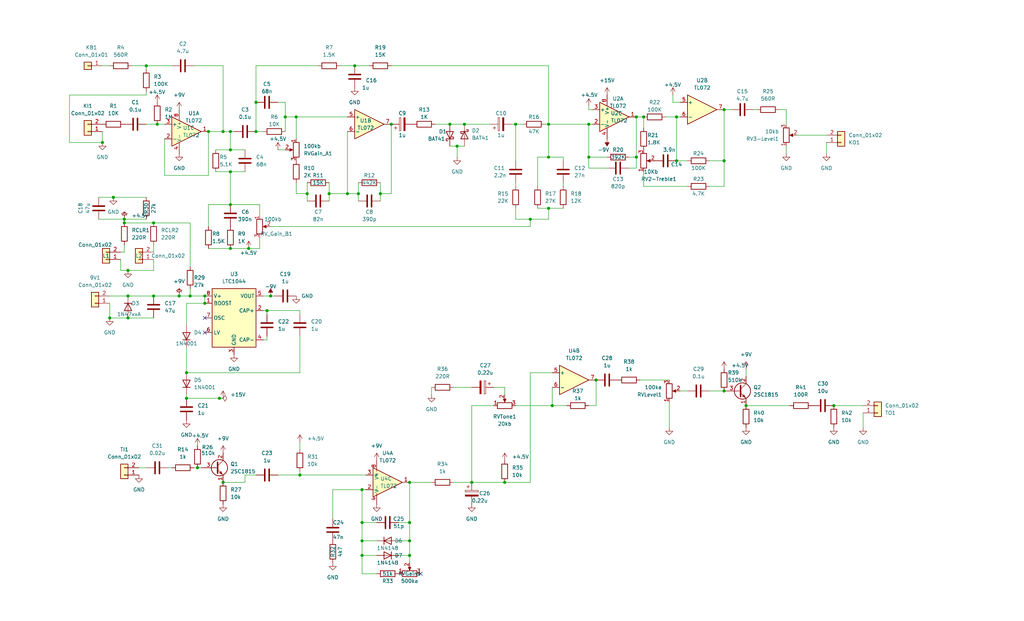
<source format=kicad_sch>
(kicad_sch (version 20231120) (generator "eeschema") (generator_version "8.0")
  (paper "USLegal")
  (junction (at 142.24 167.64))
  (junction (at 142.24 193.04))
  (junction (at 125.73 187.96))
  (junction (at 92.71 107.95))
  (junction (at 86.36 86.36))
  (junction (at 71.12 102.87))
  (junction (at 71.12 105.41))
  (junction (at 80.01 71.12))
  (junction (at 132.08 67.31))
  (junction (at 88.9 35.56))
  (junction (at 156.21 43.18))
  (junction (at 93.98 102.87))
  (junction (at 77.47 167.64))
  (junction (at 38.1 110.49))
  (junction (at 184.15 76.2))
  (junction (at 204.47 43.18))
  (junction (at 190.5 43.18))
  (junction (at 35.56 49.53))
  (junction (at 80.01 45.72))
  (junction (at 114.3 67.31))
  (junction (at 50.8 22.86))
  (junction (at 125.73 181.61))
  (junction (at 161.29 43.18))
  (junction (at 175.26 167.64))
  (junction (at 179.07 43.18))
  (junction (at 120.65 67.31))
  (junction (at 64.77 129.54))
  (junction (at 43.18 76.2))
  (junction (at 43.18 77.47))
  (junction (at 64.77 138.43))
  (junction (at 106.68 67.31))
  (junction (at 53.34 102.87))
  (junction (at 80.01 59.69))
  (junction (at 68.58 162.56))
  (junction (at 158.75 50.8))
  (junction (at 163.83 167.64))
  (junction (at 223.52 40.64))
  (junction (at 207.01 132.08))
  (junction (at 53.34 77.47))
  (junction (at 44.45 93.98))
  (junction (at 99.06 40.64))
  (junction (at 190.5 54.61))
  (junction (at 54.61 43.18))
  (junction (at 220.98 40.64))
  (junction (at 125.73 170.18))
  (junction (at 66.04 102.87))
  (junction (at 220.98 54.61))
  (junction (at 44.45 110.49))
  (junction (at 102.87 40.64))
  (junction (at 251.46 55.88))
  (junction (at 77.47 45.72))
  (junction (at 234.95 40.64))
  (junction (at 142.24 187.96))
  (junction (at 289.56 140.97))
  (junction (at 251.46 38.1))
  (junction (at 190.5 72.39))
  (junction (at 62.23 102.87))
  (junction (at 259.08 140.97))
  (junction (at 44.45 102.87))
  (junction (at 251.46 135.89))
  (junction (at 80.01 52.07))
  (junction (at 72.39 45.72))
  (junction (at 142.24 181.61))
  (junction (at 124.46 67.31))
  (junction (at 76.2 138.43))
  (junction (at 191.77 140.97))
  (junction (at 204.47 54.61))
  (junction (at 88.9 45.72))
  (junction (at 135.89 43.18))
  (junction (at 80.01 86.36))
  (junction (at 234.95 55.88))
  (junction (at 123.19 22.86))
  (junction (at 125.73 193.04))
  (junction (at 39.37 68.58))
  (junction (at 104.14 165.1))
  (no_connect (at 71.12 110.49))
  (no_connect (at 71.12 115.57))
  (no_connect (at 146.05 199.39))
  (wire (pts (xy 102.87 67.31) (xy 106.68 67.31)))
  (wire (pts (xy 184.15 167.64) (xy 184.15 129.54)))
  (wire (pts (xy 92.71 118.11) (xy 91.44 118.11)))
  (wire (pts (xy 35.56 45.72) (xy 35.56 49.53)))
  (wire (pts (xy 190.5 72.39) (xy 195.58 72.39)))
  (wire (pts (xy 195.58 63.5) (xy 195.58 64.77)))
  (wire (pts (xy 177.8 43.18) (xy 179.07 43.18)))
  (wire (pts (xy 232.41 148.59) (xy 232.41 139.7)))
  (wire (pts (xy 204.47 43.18) (xy 204.47 54.61)))
  (wire (pts (xy 156.21 43.18) (xy 161.29 43.18)))
  (wire (pts (xy 220.98 58.42) (xy 220.98 54.61)))
  (wire (pts (xy 142.24 167.64) (xy 142.24 181.61)))
  (wire (pts (xy 99.06 45.72) (xy 99.06 40.64)))
  (wire (pts (xy 72.39 60.96) (xy 72.39 45.72)))
  (wire (pts (xy 204.47 38.1) (xy 204.47 36.83)))
  (wire (pts (xy 38.1 110.49) (xy 38.1 105.41)))
  (wire (pts (xy 90.17 82.55) (xy 90.17 86.36)))
  (wire (pts (xy 195.58 54.61) (xy 195.58 55.88)))
  (wire (pts (xy 190.5 54.61) (xy 190.5 43.18)))
  (wire (pts (xy 104.14 165.1) (xy 127 165.1)))
  (wire (pts (xy 142.24 187.96) (xy 142.24 181.61)))
  (wire (pts (xy 45.72 22.86) (xy 50.8 22.86)))
  (wire (pts (xy 64.77 120.65) (xy 64.77 129.54)))
  (wire (pts (xy 142.24 193.04) (xy 142.24 187.96)))
  (wire (pts (xy 204.47 54.61) (xy 204.47 58.42)))
  (wire (pts (xy 184.15 76.2) (xy 179.07 76.2)))
  (wire (pts (xy 99.06 40.64) (xy 102.87 40.64)))
  (wire (pts (xy 80.01 52.07) (xy 85.09 52.07)))
  (wire (pts (xy 43.18 85.09) (xy 43.18 87.63)))
  (wire (pts (xy 24.13 49.53) (xy 35.56 49.53)))
  (wire (pts (xy 171.45 134.62) (xy 175.26 134.62)))
  (wire (pts (xy 118.11 22.86) (xy 123.19 22.86)))
  (wire (pts (xy 179.07 55.88) (xy 179.07 43.18)))
  (wire (pts (xy 64.77 105.41) (xy 71.12 105.41)))
  (wire (pts (xy 72.39 71.12) (xy 72.39 78.74)))
  (wire (pts (xy 120.65 67.31) (xy 120.65 45.72)))
  (wire (pts (xy 77.47 45.72) (xy 80.01 45.72)))
  (wire (pts (xy 234.95 40.64) (xy 236.22 40.64)))
  (wire (pts (xy 125.73 187.96) (xy 130.81 187.96)))
  (wire (pts (xy 92.71 118.11) (xy 92.71 116.84)))
  (wire (pts (xy 66.04 77.47) (xy 66.04 92.71)))
  (wire (pts (xy 251.46 64.77) (xy 251.46 55.88)))
  (wire (pts (xy 261.62 38.1) (xy 262.89 38.1)))
  (wire (pts (xy 72.39 71.12) (xy 80.01 71.12)))
  (wire (pts (xy 114.3 63.5) (xy 114.3 67.31)))
  (wire (pts (xy 179.07 43.18) (xy 181.61 43.18)))
  (wire (pts (xy 142.24 167.64) (xy 149.86 167.64)))
  (wire (pts (xy 190.5 22.86) (xy 190.5 43.18)))
  (wire (pts (xy 80.01 45.72) (xy 81.28 45.72)))
  (wire (pts (xy 41.91 93.98) (xy 41.91 90.17)))
  (wire (pts (xy 114.3 67.31) (xy 114.3 69.85)))
  (wire (pts (xy 44.45 93.98) (xy 53.34 93.98)))
  (wire (pts (xy 50.8 22.86) (xy 59.69 22.86)))
  (wire (pts (xy 246.38 64.77) (xy 251.46 64.77)))
  (wire (pts (xy 80.01 59.69) (xy 85.09 59.69)))
  (wire (pts (xy 125.73 181.61) (xy 130.81 181.61)))
  (wire (pts (xy 53.34 85.09) (xy 53.34 87.63)))
  (wire (pts (xy 86.36 86.36) (xy 80.01 86.36)))
  (wire (pts (xy 142.24 193.04) (xy 138.43 193.04)))
  (wire (pts (xy 190.5 43.18) (xy 189.23 43.18)))
  (wire (pts (xy 50.8 22.86) (xy 50.8 24.13)))
  (wire (pts (xy 102.87 40.64) (xy 102.87 48.26)))
  (wire (pts (xy 88.9 45.72) (xy 88.9 35.56)))
  (wire (pts (xy 259.08 128.27) (xy 259.08 130.81)))
  (wire (pts (xy 246.38 135.89) (xy 251.46 135.89)))
  (wire (pts (xy 191.77 134.62) (xy 191.77 140.97)))
  (wire (pts (xy 156.21 50.8) (xy 158.75 50.8)))
  (wire (pts (xy 123.19 22.86) (xy 128.27 22.86)))
  (wire (pts (xy 231.14 40.64) (xy 234.95 40.64)))
  (wire (pts (xy 104.14 163.83) (xy 104.14 165.1)))
  (wire (pts (xy 44.45 102.87) (xy 53.34 102.87)))
  (wire (pts (xy 220.98 54.61) (xy 220.98 40.64)))
  (wire (pts (xy 190.5 72.39) (xy 190.5 76.2)))
  (wire (pts (xy 163.83 167.64) (xy 163.83 140.97)))
  (wire (pts (xy 88.9 22.86) (xy 110.49 22.86)))
  (wire (pts (xy 191.77 140.97) (xy 196.85 140.97)))
  (wire (pts (xy 102.87 40.64) (xy 120.65 40.64)))
  (wire (pts (xy 90.17 86.36) (xy 86.36 86.36)))
  (wire (pts (xy 184.15 129.54) (xy 191.77 129.54)))
  (wire (pts (xy 186.69 64.77) (xy 186.69 54.61)))
  (wire (pts (xy 125.73 187.96) (xy 125.73 193.04)))
  (wire (pts (xy 223.52 59.69) (xy 223.52 64.77)))
  (wire (pts (xy 92.71 107.95) (xy 104.14 107.95)))
  (wire (pts (xy 24.13 33.02) (xy 24.13 49.53)))
  (wire (pts (xy 124.46 67.31) (xy 124.46 69.85)))
  (wire (pts (xy 54.61 43.18) (xy 57.15 43.18)))
  (wire (pts (xy 132.08 67.31) (xy 132.08 69.85)))
  (wire (pts (xy 77.47 138.43) (xy 76.2 138.43)))
  (wire (pts (xy 276.86 46.99) (xy 287.02 46.99)))
  (wire (pts (xy 88.9 35.56) (xy 88.9 22.86)))
  (wire (pts (xy 39.37 68.58) (xy 50.8 68.58)))
  (wire (pts (xy 157.48 167.64) (xy 163.83 167.64)))
  (wire (pts (xy 64.77 113.03) (xy 64.77 105.41)))
  (wire (pts (xy 43.18 76.2) (xy 50.8 76.2)))
  (wire (pts (xy 175.26 134.62) (xy 175.26 137.16)))
  (wire (pts (xy 77.47 45.72) (xy 77.47 22.86)))
  (wire (pts (xy 204.47 54.61) (xy 210.82 54.61)))
  (wire (pts (xy 127 170.18) (xy 125.73 170.18)))
  (wire (pts (xy 190.5 43.18) (xy 204.47 43.18)))
  (wire (pts (xy 125.73 199.39) (xy 130.81 199.39)))
  (wire (pts (xy 259.08 140.97) (xy 274.32 140.97)))
  (wire (pts (xy 236.22 135.89) (xy 238.76 135.89)))
  (wire (pts (xy 124.46 63.5) (xy 124.46 67.31)))
  (wire (pts (xy 43.18 77.47) (xy 53.34 77.47)))
  (wire (pts (xy 66.04 100.33) (xy 66.04 102.87)))
  (wire (pts (xy 223.52 64.77) (xy 238.76 64.77)))
  (wire (pts (xy 115.57 170.18) (xy 115.57 180.34)))
  (wire (pts (xy 218.44 58.42) (xy 220.98 58.42)))
  (wire (pts (xy 186.69 72.39) (xy 190.5 72.39)))
  (wire (pts (xy 91.44 102.87) (xy 93.98 102.87)))
  (wire (pts (xy 57.15 48.26) (xy 57.15 60.96)))
  (wire (pts (xy 66.04 102.87) (xy 71.12 102.87)))
  (wire (pts (xy 77.47 167.64) (xy 85.09 167.64)))
  (wire (pts (xy 34.29 68.58) (xy 39.37 68.58)))
  (wire (pts (xy 220.98 40.64) (xy 223.52 40.64)))
  (wire (pts (xy 186.69 54.61) (xy 190.5 54.61)))
  (wire (pts (xy 149.86 137.16) (xy 149.86 134.62)))
  (wire (pts (xy 96.52 165.1) (xy 104.14 165.1)))
  (wire (pts (xy 204.47 43.18) (xy 205.74 43.18)))
  (wire (pts (xy 85.09 165.1) (xy 85.09 167.64)))
  (wire (pts (xy 57.15 60.96) (xy 72.39 60.96)))
  (wire (pts (xy 204.47 58.42) (xy 210.82 58.42)))
  (wire (pts (xy 53.34 90.17) (xy 53.34 93.98)))
  (wire (pts (xy 62.23 102.87) (xy 66.04 102.87)))
  (wire (pts (xy 125.73 170.18) (xy 125.73 181.61)))
  (wire (pts (xy 205.74 38.1) (xy 204.47 38.1)))
  (wire (pts (xy 125.73 181.61) (xy 125.73 187.96)))
  (wire (pts (xy 91.44 45.72) (xy 88.9 45.72)))
  (wire (pts (xy 106.68 63.5) (xy 106.68 67.31)))
  (wire (pts (xy 67.31 162.56) (xy 68.58 162.56)))
  (wire (pts (xy 135.89 67.31) (xy 135.89 43.18)))
  (wire (pts (xy 43.18 77.47) (xy 43.18 76.2)))
  (wire (pts (xy 273.05 50.8) (xy 273.05 53.34)))
  (wire (pts (xy 114.3 67.31) (xy 120.65 67.31)))
  (wire (pts (xy 246.38 55.88) (xy 251.46 55.88)))
  (wire (pts (xy 64.77 137.16) (xy 64.77 138.43)))
  (wire (pts (xy 289.56 140.97) (xy 299.72 140.97)))
  (wire (pts (xy 234.95 55.88) (xy 238.76 55.88)))
  (wire (pts (xy 204.47 140.97) (xy 207.01 140.97)))
  (wire (pts (xy 163.83 167.64) (xy 175.26 167.64)))
  (wire (pts (xy 93.98 102.87) (xy 95.25 102.87)))
  (wire (pts (xy 90.17 71.12) (xy 90.17 74.93)))
  (wire (pts (xy 120.65 67.31) (xy 124.46 67.31)))
  (wire (pts (xy 99.06 35.56) (xy 96.52 35.56)))
  (wire (pts (xy 233.68 33.02) (xy 233.68 35.56)))
  (wire (pts (xy 72.39 86.36) (xy 80.01 86.36)))
  (wire (pts (xy 158.75 54.61) (xy 158.75 50.8)))
  (wire (pts (xy 92.71 107.95) (xy 91.44 107.95)))
  (wire (pts (xy 125.73 170.18) (xy 115.57 170.18)))
  (wire (pts (xy 93.98 78.74) (xy 184.15 78.74)))
  (wire (pts (xy 125.73 193.04) (xy 130.81 193.04)))
  (wire (pts (xy 104.14 153.67) (xy 104.14 156.21)))
  (wire (pts (xy 138.43 181.61) (xy 142.24 181.61)))
  (wire (pts (xy 76.2 138.43) (xy 64.77 138.43)))
  (wire (pts (xy 48.26 162.56) (xy 50.8 162.56)))
  (wire (pts (xy 99.06 35.56) (xy 99.06 40.64)))
  (wire (pts (xy 80.01 45.72) (xy 80.01 52.07)))
  (wire (pts (xy 106.68 67.31) (xy 106.68 69.85)))
  (wire (pts (xy 207.01 140.97) (xy 207.01 132.08)))
  (wire (pts (xy 218.44 54.61) (xy 220.98 54.61)))
  (wire (pts (xy 233.68 35.56) (xy 236.22 35.56)))
  (wire (pts (xy 184.15 76.2) (xy 190.5 76.2)))
  (wire (pts (xy 53.34 77.47) (xy 66.04 77.47)))
  (wire (pts (xy 251.46 38.1) (xy 254 38.1)))
  (wire (pts (xy 179.07 140.97) (xy 191.77 140.97)))
  (wire (pts (xy 71.12 102.87) (xy 71.12 105.41)))
  (wire (pts (xy 50.8 31.75) (xy 50.8 33.02)))
  (wire (pts (xy 142.24 187.96) (xy 138.43 187.96)))
  (wire (pts (xy 179.07 72.39) (xy 179.07 76.2)))
  (wire (pts (xy 80.01 59.69) (xy 80.01 71.12)))
  (wire (pts (xy 175.26 167.64) (xy 184.15 167.64)))
  (wire (pts (xy 53.34 102.87) (xy 62.23 102.87)))
  (wire (pts (xy 58.42 162.56) (xy 59.69 162.56)))
  (wire (pts (xy 273.05 38.1) (xy 273.05 43.18)))
  (wire (pts (xy 96.52 52.07) (xy 99.06 52.07)))
  (wire (pts (xy 35.56 22.86) (xy 38.1 22.86)))
  (wire (pts (xy 158.75 50.8) (xy 161.29 50.8)))
  (wire (pts (xy 74.93 52.07) (xy 80.01 52.07)))
  (wire (pts (xy 132.08 63.5) (xy 132.08 67.31)))
  (wire (pts (xy 142.24 195.58) (xy 142.24 193.04)))
  (wire (pts (xy 34.29 76.2) (xy 43.18 76.2)))
  (wire (pts (xy 161.29 43.18) (xy 170.18 43.18)))
  (wire (pts (xy 234.95 40.64) (xy 234.95 55.88)))
  (wire (pts (xy 299.72 148.59) (xy 299.72 143.51)))
  (wire (pts (xy 287.02 53.34) (xy 287.02 49.53)))
  (wire (pts (xy 90.17 71.12) (xy 80.01 71.12)))
  (wire (pts (xy 64.77 129.54) (xy 104.14 129.54)))
  (wire (pts (xy 179.07 63.5) (xy 179.07 64.77)))
  (wire (pts (xy 104.14 107.95) (xy 104.14 109.22)))
  (wire (pts (xy 125.73 193.04) (xy 125.73 199.39)))
  (wire (pts (xy 38.1 102.87) (xy 44.45 102.87)))
  (wire (pts (xy 44.45 110.49) (xy 53.34 110.49)))
  (wire (pts (xy 104.14 129.54) (xy 104.14 116.84)))
  (wire (pts (xy 132.08 67.31) (xy 135.89 67.31)))
  (wire (pts (xy 68.58 162.56) (xy 69.85 162.56)))
  (wire (pts (xy 163.83 140.97) (xy 171.45 140.97)))
  (wire (pts (xy 50.8 33.02) (xy 24.13 33.02)))
  (wire (pts (xy 88.9 165.1) (xy 85.09 165.1)))
  (wire (pts (xy 44.45 93.98) (xy 41.91 93.98)))
  (wire (pts (xy 190.5 54.61) (xy 195.58 54.61)))
  (wire (pts (xy 38.1 110.49) (xy 44.45 110.49)))
  (wire (pts (xy 41.91 87.63) (xy 43.18 87.63)))
  (wire (pts (xy 222.25 132.08) (xy 232.41 132.08)))
  (wire (pts (xy 270.51 38.1) (xy 273.05 38.1)))
  (wire (pts (xy 74.93 59.69) (xy 80.01 59.69)))
  (wire (pts (xy 72.39 45.72) (xy 77.47 45.72)))
  (wire (pts (xy 135.89 22.86) (xy 190.5 22.86)))
  (wire (pts (xy 50.8 43.18) (xy 54.61 43.18)))
  (wire (pts (xy 251.46 55.88) (xy 251.46 38.1)))
  (wire (pts (xy 223.52 40.64) (xy 223.52 44.45)))
  (wire (pts (xy 151.13 43.18) (xy 156.21 43.18)))
  (wire (pts (xy 157.48 134.62) (xy 163.83 134.62)))
  (wire (pts (xy 184.15 76.2) (xy 184.15 78.74)))
  (wire (pts (xy 77.47 22.86) (xy 67.31 22.86)))
  (wire (pts (xy 92.71 107.95) (xy 92.71 109.22)))
  (wire (pts (xy 102.87 63.5) (xy 102.87 67.31)))
  (symbol (lib_id "Device:C") (at 34.29 72.39 180) (unit 1)
    (property "Reference" "C18" (at 27.94 72.39 90))
    (property "Value" "47u" (at 30.48 72.39 90))
    (property "Footprint" "Capacitor_THT:CP_Radial_D5.0mm_P2.50mm" (effects (hide yes)))
  )
  (symbol (lib_id "Amplifier_Operational:TL072") (at 128.27 43.18 0) (unit 2)
    (property "Reference" "U1" (at 127 41.91 0))
    (property "Value" "TL072" (at 127 44.45 0))
    (property "Footprint" "Package_DIP:DIP-8_W7.62mm" (effects (hide yes)))
    (property "Datasheet" "http://www.ti.com/lit/ds/symlink/tl071.pdf" (effects (hide yes)))
  )
  (symbol (lib_id "Connector_Generic:Conn_01x02") (at 48.26 90.17 180) (unit 1)
    (property "Reference" "L2" (at 48.26 88.9 0))
    (property "Value" "Conn_01x02" (at 58.42 88.9 0))
    (property "Footprint" "Connector_PinHeader_2.00mm:PinHeader_1x02_P2.00mm_Vertical" (effects (hide yes)))
  )
  (symbol (lib_id "Device:C") (at 242.57 135.89 90) (unit 1)
    (property "Reference" "C29" (at 242.57 128.27 90))
    (property "Value" "0.1u" (at 242.57 130.81 90))
    (property "Footprint" "Capacitor_SMD:C_0603_1608Metric" (effects (hide yes)))
  )
  (symbol (lib_id "Device:R") (at 153.67 167.64 90) (unit 1)
    (property "Reference" "R34" (at 153.67 161.29 90))
    (property "Value" "1k" (at 153.67 163.83 90))
    (property "Footprint" "Resistor_SMD:R_0603_1608Metric" (effects (hide yes)))
  )
  (symbol (lib_id "Device:C_Polarized") (at 167.64 134.62 270) (unit 1)
    (property "Reference" "C27" (at 168.529 127 90))
    (property "Value" "0.22u" (at 168.529 129.54 90))
    (property "Footprint" "Capacitor_SMD:C_0603_1608Metric" (effects (hide yes)))
  )
  (symbol (lib_id "Connector_Generic:Conn_01x02") (at 30.48 45.72 180) (unit 1)
    (property "Reference" "KI1" (at 30.48 36.83 0))
    (property "Value" "Conn_01x02" (at 30.48 39.37 0))
    (property "Footprint" "Connector_PinHeader_2.00mm:PinHeader_1x02_P2.00mm_Vertical" (effects (hide yes)))
  )
  (symbol (lib_id "Device:R") (at 185.42 43.18 90) (unit 1)
    (property "Reference" "R16" (at 185.42 40.64 90))
    (property "Value" "47K" (at 185.42 45.72 90))
    (property "Footprint" "Resistor_SMD:R_0603_1608Metric" (effects (hide yes)))
  )
  (symbol (lib_id "Device:R_Potentiometer") (at 90.17 78.74 0) (unit 1)
    (property "Reference" "RV_Gain_B1" (at 101.6 81.28 0) (effects (justify right)))
    (property "Value" "100kb" (at 97.79 76.2 0) (effects (justify right)))
    (property "Footprint" "Potentiometer_THT:Potentiometer_Piher_PC-16_Single_Vertical" (effects (hide yes)))
  )
  (symbol (lib_id "Device:R") (at 114.3 22.86 90) (unit 1)
    (property "Reference" "R7" (at 114.3 16.51 90))
    (property "Value" "1.5K" (at 114.3 19.05 90))
    (property "Footprint" "Resistor_SMD:R_0603_1608Metric" (effects (hide yes)))
  )
  (symbol (lib_id "power:GND") (at 35.56 49.53 0) (unit 1)
    (property "Reference" "#PWR01" (effects (hide yes)))
    (property "Value" "GND" (at 35.56 54.61 0))
  )
  (symbol (lib_id "Device:C") (at 257.81 38.1 90) (unit 1)
    (property "Reference" "C15" (at 257.81 31.75 90))
    (property "Value" "4.7u" (at 257.81 34.29 90))
    (property "Footprint" "Capacitor_THT:C_Rect_L7.2mm_W7.2mm_P5.00mm_FKS2_FKP2_MKS2_MKP2" (effects (hide yes)))
  )
  (symbol (lib_id "Device:R") (at 104.14 160.02 0) (unit 1)
    (property "Reference" "R31" (at 106.68 158.75 0) (effects (justify left)))
    (property "Value" "10k" (at 106.68 161.29 0) (effects (justify left)))
    (property "Footprint" "Resistor_SMD:R_0603_1608Metric" (effects (hide yes)))
  )
  (symbol (lib_id "power:GND") (at 163.83 175.26 0) (unit 1)
    (property "Reference" "#PWR032" (effects (hide yes)))
    (property "Value" "GND" (at 163.83 180.34 0))
  )
  (symbol (lib_id "Device:R") (at 74.93 55.88 0) (unit 1)
    (property "Reference" "R5" (at 76.2 54.61 0) (effects (justify left)))
    (property "Value" "5.1K" (at 76.2 57.15 0) (effects (justify left)))
    (property "Footprint" "Resistor_SMD:R_0603_1608Metric" (effects (hide yes)))
  )
  (symbol (lib_id "Device:C") (at 210.82 132.08 90) (unit 1)
    (property "Reference" "C28" (at 210.82 124.46 90))
    (property "Value" "1u" (at 210.82 127 90))
    (property "Footprint" "Capacitor_SMD:C_0603_1608Metric" (effects (hide yes)))
  )
  (symbol (lib_id "Device:R") (at 266.7 38.1 90) (unit 1)
    (property "Reference" "R25" (at 266.7 31.75 90))
    (property "Value" "560R" (at 266.7 34.29 90))
    (property "Footprint" "Resistor_SMD:R_0603_1608Metric" (effects (hide yes)))
  )
  (symbol (lib_id "Device:R") (at 278.13 140.97 90) (unit 1)
    (property "Reference" "R41" (at 278.13 134.62 90))
    (property "Value" "100R" (at 278.13 137.16 90))
    (property "Footprint" "Resistor_SMD:R_0603_1608Metric" (effects (hide yes)))
  )
  (symbol (lib_id "Device:C") (at 64.77 142.24 0) (unit 1)
    (property "Reference" "C21" (at 68.58 140.97 0) (effects (justify left)))
    (property "Value" "1u" (at 68.58 143.51 0) (effects (justify left)))
    (property "Footprint" "Capacitor_SMD:C_0603_1608Metric" (effects (hide yes)))
  )
  (symbol (lib_id "Device:R") (at 115.57 191.77 0) (unit 1)
    (property "Reference" "R32" (at 115.57 191.77 90))
    (property "Value" "4k7" (at 118.11 191.77 90))
    (property "Footprint" "Resistor_SMD:R_0603_1608Metric" (effects (hide yes)))
  )
  (symbol (lib_id "power:+4V") (at 86.36 86.36 0) (unit 1)
    (property "Reference" "#PWR09" (effects (hide yes)))
    (property "Value" "+4.5V" (at 83.312 87.884 0) (effects (justify left)))
  )
  (symbol (lib_id "Device:R") (at 50.8 72.39 180) (unit 1)
    (property "Reference" "R30" (at 50.8 72.39 90))
    (property "Value" "27k" (at 53.34 72.39 90))
    (property "Footprint" "Resistor_SMD:R_0603_1608Metric" (effects (hide yes)))
  )
  (symbol (lib_id "Device:R") (at 80.01 82.55 0) (unit 1)
    (property "Reference" "R9" (at 82.55 81.28 0) (effects (justify left)))
    (property "Value" "1K" (at 82.55 83.82 0) (effects (justify left)))
    (property "Footprint" "Resistor_SMD:R_0603_1608Metric" (effects (hide yes)))
  )
  (symbol (lib_id "Amplifier_Operational:TL072") (at 64.77 45.72 0) (unit 3)
    (property "Reference" "U1" (at 63.5 44.45 0) (effects (justify left)))
    (property "Value" "TL072" (at 63.5 46.99 0) (effects (justify left)))
    (property "Footprint" "Package_DIP:DIP-8_W7.62mm" (effects (hide yes)))
    (property "Datasheet" "http://www.ti.com/lit/ds/symlink/tl071.pdf" (effects (hide yes)))
  )
  (symbol (lib_id "Diode:BAT41") (at 161.29 46.99 270) (unit 1)
    (property "Reference" "D2" (at 163.83 45.4025 90) (effects (justify left)))
    (property "Value" "BAT41" (at 163.83 47.9425 90) (effects (justify left)))
    (property "Footprint" "Diode_THT:D_DO-35_SOD27_P7.62mm_Horizontal" (effects (hide yes)))
    (property "Datasheet" "http://www.vishay.com/docs/85659/bat41.pdf" (effects (hide yes)))
  )
  (symbol (lib_id "Device:R_Potentiometer") (at 102.87 52.07 0) (mirror y) (unit 1)
    (property "Reference" "RVGain_A1" (at 105.41 53.34 0) (effects (justify right)))
    (property "Value" "100kb" (at 105.41 50.8 0) (effects (justify right)))
    (property "Footprint" "Potentiometer_THT:Potentiometer_Piher_PC-16_Single_Vertical" (effects (hide yes)))
  )
  (symbol (lib_id "Diode:1N4148") (at 134.62 193.04 180) (unit 1)
    (property "Reference" "D7" (at 138.43 193.04 0))
    (property "Value" "1N4148" (at 134.62 195.58 0))
    (property "Footprint" "Diode_THT:D_DO-35_SOD27_P7.62mm_Horizontal" (effects (hide yes)))
    (property "Datasheet" "https://assets.nexperia.com/documents/data-sheet/1N4148_1N4448.pdf" (effects (hide yes)))
    (property "Sim.Device" "D" (effects (hide yes)))
    (property "Sim.Pins" "1=K 2=A" (effects (hide yes)))
  )
  (symbol (lib_id "Device:R") (at 242.57 55.88 90) (unit 1)
    (property "Reference" "R24" (at 242.57 53.34 90))
    (property "Value" "100K" (at 242.57 58.42 90))
    (property "Footprint" "Resistor_SMD:R_0603_1608Metric" (effects (hide yes)))
  )
  (symbol (lib_id "Device:R") (at 66.04 96.52 0) (unit 1)
    (property "Reference" "R29" (at 67.31 96.52 0) (effects (justify left)))
    (property "Value" "27k" (at 67.31 99.06 0) (effects (justify left)))
    (property "Footprint" "Resistor_SMD:R_0603_1608Metric" (effects (hide yes)))
  )
  (symbol (lib_id "power:GND") (at 115.57 195.58 0) (unit 1)
    (property "Reference" "#PWR029" (effects (hide yes)))
    (property "Value" "GND" (at 115.57 200.66 0))
  )
  (symbol (lib_id "Device:R") (at 289.56 144.78 180) (unit 1)
    (property "Reference" "R42" (at 292.1 143.51 0) (effects (justify right)))
    (property "Value" "10k" (at 292.1 146.05 0) (effects (justify right)))
    (property "Footprint" "Resistor_SMD:R_0603_1608Metric" (effects (hide yes)))
  )
  (symbol (lib_id "Device:C") (at 99.06 102.87 90) (unit 1)
    (property "Reference" "C19" (at 99.06 95.25 90))
    (property "Value" "1u" (at 99.06 97.79 90))
    (property "Footprint" "Capacitor_SMD:C_0603_1608Metric" (effects (hide yes)))
  )
  (symbol (lib_id "power:+4V") (at 104.14 153.67 0) (unit 1)
    (property "Reference" "#PWR028" (effects (hide yes)))
    (property "Value" "+4.5V" (at 106.68 152.3999 0) (effects (justify left)))
  )
  (symbol (lib_id "Diode:BAT41") (at 156.21 46.99 90) (unit 1)
    (property "Reference" "D1" (at 152.4 45.72 90) (effects (justify right)))
    (property "Value" "BAT41" (at 148.59 48.26 90) (effects (justify right)))
    (property "Footprint" "Diode_THT:D_DO-35_SOD27_P7.62mm_Horizontal" (effects (hide yes)))
    (property "Datasheet" "http://www.vishay.com/docs/85659/bat41.pdf" (effects (hide yes)))
  )
  (symbol (lib_id "Diode:1N4001") (at 64.77 133.35 90) (unit 1)
    (property "Reference" "D5" (at 67.31 132.08 90) (effects (justify right)))
    (property "Value" "1N4001" (at 67.31 134.62 90) (effects (justify right)))
    (property "Footprint" "Diode_THT:D_DO-41_SOD81_P7.62mm_Horizontal" (effects (hide yes)))
    (property "Datasheet" "http://www.vishay.com/docs/88503/1n4001.pdf" (effects (hide yes)))
    (property "Sim.Device" "D" (effects (hide yes)))
    (property "Sim.Pins" "1=K 2=A" (effects (hide yes)))
  )
  (symbol (lib_id "Device:R") (at 186.69 68.58 0) (unit 1)
    (property "Reference" "R17" (at 189.23 67.31 0) (effects (justify left)))
    (property "Value" "27K" (at 189.23 69.85 0) (effects (justify left)))
    (property "Footprint" "Resistor_SMD:R_0603_1608Metric" (effects (hide yes)))
  )
  (symbol (lib_id "Device:C") (at 92.71 35.56 90) (unit 1)
    (property "Reference" "C5" (at 92.71 29.21 90))
    (property "Value" "68n" (at 92.71 31.75 90))
    (property "Footprint" "Capacitor_SMD:C_0603_1608Metric" (effects (hide yes)))
  )
  (symbol (lib_id "power:+9V") (at 259.08 128.27 0) (unit 1)
    (property "Reference" "#PWR037" (effects (hide yes)))
    (property "Value" "+9V" (at 259.08 123.19 0))
  )
  (symbol (lib_id "Device:R") (at 50.8 27.94 0) (unit 1)
    (property "Reference" "R3" (at 53.34 26.67 0) (effects (justify left)))
    (property "Value" "100K" (at 53.34 29.21 0) (effects (justify left)))
    (property "Footprint" "Resistor_SMD:R_0603_1608Metric" (effects (hide yes)))
  )
  (symbol (lib_id "Device:C") (at 123.19 26.67 0) (unit 1)
    (property "Reference" "C16" (at 127 27.94 0) (effects (justify left)))
    (property "Value" "1u" (at 125.73 30.48 0) (effects (justify left)))
    (property "Footprint" "Capacitor_SMD:C_0603_1608Metric" (effects (hide yes)))
  )
  (symbol (lib_id "power:+4V") (at 96.52 52.07 0) (unit 1)
    (property "Reference" "#PWR05" (effects (hide yes)))
    (property "Value" "+4.5V" (at 96.52 48.26 0))
  )
  (symbol (lib_id "Device:R") (at 132.08 22.86 90) (unit 1)
    (property "Reference" "R19" (at 132.08 16.51 90))
    (property "Value" "15K" (at 132.08 19.05 90))
    (property "Footprint" "Resistor_SMD:R_0603_1608Metric" (effects (hide yes)))
  )
  (symbol (lib_id "Device:R") (at 41.91 22.86 90) (unit 1)
    (property "Reference" "R4" (at 41.91 16.51 90))
    (property "Value" "560R" (at 41.91 19.05 90))
    (property "Footprint" "Resistor_SMD:R_0603_1608Metric" (effects (hide yes)))
  )
  (symbol (lib_id "Device:R") (at 200.66 140.97 270) (unit 1)
    (property "Reference" "R37" (at 200.66 135.89 90))
    (property "Value" "1k" (at 200.66 138.43 90))
    (property "Footprint" "Resistor_SMD:R_0603_1608Metric" (effects (hide yes)))
  )
  (symbol (lib_id "Device:R") (at 179.07 68.58 0) (unit 1)
    (property "Reference" "R15" (at 172.72 67.31 0) (effects (justify left)))
    (property "Value" "22K" (at 172.72 69.85 0) (effects (justify left)))
    (property "Footprint" "Resistor_SMD:R_0603_1608Metric" (effects (hide yes)))
  )
  (symbol (lib_id "Amplifier_Operational:TL072") (at 134.62 167.64 0) (unit 1)
    (property "Reference" "U4" (at 134.62 157.48 0))
    (property "Value" "TL072" (at 134.62 160.02 0))
    (property "Footprint" "Package_DIP:DIP-8_W7.62mm" (effects (hide yes)))
    (property "Datasheet" "http://www.ti.com/lit/ds/symlink/tl071.pdf" (effects (hide yes)))
  )
  (symbol (lib_id "Amplifier_Operational:TL072") (at 199.39 132.08 0) (unit 2)
    (property "Reference" "U4" (at 199.39 121.92 0))
    (property "Value" "TL072" (at 199.39 124.46 0))
    (property "Footprint" "Package_DIP:DIP-8_W7.62mm" (effects (hide yes)))
    (property "Datasheet" "http://www.ti.com/lit/ds/symlink/tl071.pdf" (effects (hide yes)))
  )
  (symbol (lib_id "power:GND") (at 48.26 165.1 0) (unit 1)
    (property "Reference" "#PWR06" (effects (hide yes)))
    (property "Value" "GND" (at 48.26 170.18 0))
  )
  (symbol (lib_id "power:+4V") (at 204.47 36.83 0) (unit 1)
    (property "Reference" "#PWR011" (effects (hide yes)))
    (property "Value" "+4.5V" (at 201.676 33.02 0) (effects (justify left)))
  )
  (symbol (lib_id "Transistor_BJT:2SC1815") (at 74.93 162.56 0) (unit 1)
    (property "Reference" "Q1" (at 80.01 161.29 0) (effects (justify left)))
    (property "Value" "2SC1815" (at 80.01 163.83 0) (effects (justify left)))
    (property "Footprint" "Package_TO_SOT_THT:TO-92_Inline" (effects (hide yes)))
    (property "Datasheet" "https://media.digikey.com/pdf/Data%20Sheets/Toshiba%20PDFs/2SC1815.pdf" (effects (hide yes)))
  )
  (symbol (lib_id "Device:C") (at 80.01 74.93 0) (unit 1)
    (property "Reference" "C6" (at 83.82 73.66 0) (effects (justify left)))
    (property "Value" "390n" (at 82.55 76.2 0) (effects (justify left)))
    (property "Footprint" "Capacitor_SMD:C_0603_1608Metric" (effects (hide yes)))
  )
  (symbol (lib_id "Device:R") (at 218.44 132.08 90) (unit 1)
    (property "Reference" "R38" (at 218.44 125.73 90))
    (property "Value" "1k" (at 218.44 128.27 90))
    (property "Footprint" "Resistor_SMD:R_0603_1608Metric" (effects (hide yes)))
  )
  (symbol (lib_id "Device:R") (at 77.47 171.45 180) (unit 1)
    (property "Reference" "R27" (at 80.01 170.18 0) (effects (justify right)))
    (property "Value" "10k" (at 80.01 172.72 0) (effects (justify right)))
    (property "Footprint" "Resistor_SMD:R_0603_1608Metric" (effects (hide yes)))
  )
  (symbol (lib_id "Device:C") (at 92.71 113.03 0) (unit 1)
    (property "Reference" "C22" (at 96.52 111.76 0) (effects (justify left)))
    (property "Value" "1u" (at 96.52 114.3 0) (effects (justify left)))
    (property "Footprint" "Capacitor_SMD:C_0603_1608Metric" (effects (hide yes)))
  )
  (symbol (lib_id "Device:R") (at 147.32 43.18 90) (unit 1)
    (property "Reference" "R13" (at 147.32 38.1 90))
    (property "Value" "1K" (at 147.32 40.64 90))
    (property "Footprint" "Resistor_SMD:R_0603_1608Metric" (effects (hide yes)))
  )
  (symbol (lib_id "Device:R") (at 63.5 162.56 90) (unit 1)
    (property "Reference" "R14" (at 63.5 156.21 90))
    (property "Value" "1k" (at 63.5 158.75 90))
    (property "Footprint" "Resistor_SMD:R_0603_1608Metric" (effects (hide yes)))
  )
  (symbol (lib_id "power:GND") (at 102.87 102.87 0) (unit 1)
    (property "Reference" "#PWR018" (effects (hide yes)))
    (property "Value" "GND" (at 106.68 102.87 0))
  )
  (symbol (lib_id "power:GND") (at 287.02 53.34 0) (unit 1)
    (property "Reference" "#PWR015" (effects (hide yes)))
    (property "Value" "GND" (at 287.02 58.42 0))
  )
  (symbol (lib_id "power:GND") (at 123.19 30.48 0) (unit 1)
    (property "Reference" "#PWR08" (effects (hide yes)))
    (property "Value" "GND" (at 123.19 35.56 0))
  )
  (symbol (lib_id "Device:C") (at 195.58 59.69 0) (unit 1)
    (property "Reference" "C12" (at 199.39 58.42 0) (effects (justify left)))
    (property "Value" "27n" (at 199.39 60.96 0) (effects (justify left)))
    (property "Footprint" "Capacitor_SMD:C_0603_1608Metric" (effects (hide yes)))
  )
  (symbol (lib_id "Device:C") (at 285.75 140.97 90) (unit 1)
    (property "Reference" "C30" (at 285.75 133.35 90))
    (property "Value" "10u" (at 285.75 135.89 90))
    (property "Footprint" "Capacitor_THT:CP_Radial_D5.0mm_P2.50mm" (effects (hide yes)))
  )
  (symbol (lib_id "power:+9V") (at 62.23 38.1 0) (unit 1)
    (property "Reference" "#PWR04" (effects (hide yes)))
    (property "Value" "+9V" (at 62.23 33.02 0))
  )
  (symbol (lib_id "power:GND") (at 44.45 93.98 0) (unit 1)
    (property "Reference" "#PWR041" (effects (hide yes)))
    (property "Value" "GND" (at 44.45 99.06 0))
  )
  (symbol (lib_id "Connector_Generic:Conn_01x02") (at 33.02 105.41 180) (unit 1)
    (property "Reference" "9V1" (at 33.02 96.52 0))
    (property "Value" "Conn_01x02" (at 33.02 99.06 0))
    (property "Footprint" "Connector_PinHeader_2.00mm:PinHeader_1x02_P2.00mm_Vertical" (effects (hide yes)))
  )
  (symbol (lib_id "power:GND") (at 299.72 148.59 0) (unit 1)
    (property "Reference" "#PWR040" (effects (hide yes)))
    (property "Value" "GND" (at 299.72 153.67 0))
  )
  (symbol (lib_id "Transistor_BJT:2SC1815") (at 256.54 135.89 0) (unit 1)
    (property "Reference" "Q2" (at 261.62 134.62 0) (effects (justify left)))
    (property "Value" "2SC1815" (at 261.62 137.16 0) (effects (justify left)))
    (property "Footprint" "Package_TO_SOT_THT:TO-92_Inline" (effects (hide yes)))
    (property "Datasheet" "https://media.digikey.com/pdf/Data%20Sheets/Toshiba%20PDFs/2SC1815.pdf" (effects (hide yes)))
  )
  (symbol (lib_id "Diode:1N47xxA") (at 44.45 106.68 270) (unit 1)
    (property "Reference" "D3" (at 45.72 105.41 90) (effects (justify left)))
    (property "Value" "1N47xxA" (at 40.64 109.22 90) (effects (justify left)))
    (property "Footprint" "Diode_THT:D_DO-41_SOD81_P7.62mm_Horizontal" (effects (hide yes)))
    (property "Datasheet" "https://www.vishay.com/docs/85816/1n4728a.pdf" (effects (hide yes)))
  )
  (symbol (lib_id "power:+4V") (at 68.58 154.94 0) (unit 1)
    (property "Reference" "#PWR026" (effects (hide yes)))
    (property "Value" "+4.5V" (at 66.548 151.384 0) (effects (justify left)))
  )
  (symbol (lib_id "Device:R") (at 153.67 134.62 90) (unit 1)
    (property "Reference" "R36" (at 153.67 128.27 90))
    (property "Value" "220R" (at 153.67 130.81 90))
    (property "Footprint" "Resistor_SMD:R_0603_1608Metric" (effects (hide yes)))
  )
  (symbol (lib_id "Device:C_Polarized") (at 173.99 43.18 90) (unit 1)
    (property "Reference" "C10" (at 173.99 39.37 90))
    (property "Value" "1u" (at 173.99 46.99 90))
    (property "Footprint" "Capacitor_SMD:C_0603_1608Metric" (effects (hide yes)))
  )
  (symbol (lib_id "Device:C") (at 92.71 165.1 90) (unit 1)
    (property "Reference" "C23" (at 92.71 157.48 90))
    (property "Value" "1u" (at 92.71 160.02 90))
    (property "Footprint" "Capacitor_SMD:C_0603_1608Metric" (effects (hide yes)))
  )
  (symbol (lib_id "Device:C") (at 85.09 45.72 90) (unit 1)
    (property "Reference" "C3" (at 85.09 38.1 90))
    (property "Value" "0.1u" (at 85.09 40.64 90))
    (property "Footprint" "Capacitor_SMD:C_0603_1608Metric" (effects (hide yes)))
  )
  (symbol (lib_id "power:+4V") (at 43.18 76.2 0) (unit 1)
    (property "Reference" "#PWR024" (effects (hide yes)))
    (property "Value" "+4.5V" (at 45.72 74.9299 0) (effects (justify left)))
  )
  (symbol (lib_id "Device:R") (at 195.58 68.58 0) (unit 1)
    (property "Reference" "R18" (at 198.12 67.31 0) (effects (justify left)))
    (property "Value" "12K" (at 198.12 69.85 0) (effects (justify left)))
    (property "Footprint" "Resistor_SMD:R_0603_1608Metric" (effects (hide yes)))
  )
  (symbol (lib_id "power:-8V") (at 210.82 48.26 180) (unit 1)
    (property "Reference" "#PWR010" (effects (hide yes)))
    (property "Value" "-9V" (at 209.55 52.07 0))
  )
  (symbol (lib_id "Device:R") (at 227.33 40.64 90) (unit 1)
    (property "Reference" "R22" (at 227.33 35.56 90))
    (property "Value" "100K" (at 227.33 38.1 90))
    (property "Footprint" "Resistor_SMD:R_0603_1608Metric" (effects (hide yes)))
  )
  (symbol (lib_id "Amplifier_Operational:TL072") (at 64.77 45.72 0) (unit 1)
    (property "Reference" "U1" (at 67.31 39.37 0))
    (property "Value" "TL072" (at 67.31 41.91 0))
    (property "Footprint" "Package_DIP:DIP-8_W7.62mm" (effects (hide yes)))
    (property "Datasheet" "http://www.ti.com/lit/ds/symlink/tl071.pdf" (effects (hide yes)))
  )
  (symbol (lib_id "Diode:1N4148") (at 134.62 187.96 0) (unit 1)
    (property "Reference" "D6" (at 138.43 187.96 0))
    (property "Value" "1N4148" (at 134.62 190.5 0))
    (property "Footprint" "Diode_THT:D_DO-35_SOD27_P7.62mm_Horizontal" (effects (hide yes)))
    (property "Datasheet" "https://assets.nexperia.com/documents/data-sheet/1N4148_1N4448.pdf" (effects (hide yes)))
    (property "Sim.Device" "D" (effects (hide yes)))
    (property "Sim.Pins" "1=K 2=A" (effects (hide yes)))
  )
  (symbol (lib_id "Device:R") (at 72.39 82.55 0) (unit 1)
    (property "Reference" "R8" (at 73.66 81.28 0) (effects (justify left)))
    (property "Value" "1.5K" (at 73.66 83.82 0) (effects (justify left)))
    (property "Footprint" "Resistor_SMD:R_0603_1608Metric" (effects (hide yes)))
  )
  (symbol (lib_id "power:GND") (at 77.47 175.26 0) (unit 1)
    (property "Reference" "#PWR027" (effects (hide yes)))
    (property "Value" "GND" (at 77.47 180.34 0))
  )
  (symbol (lib_id "Device:C") (at 53.34 106.68 0) (unit 1)
    (property "Reference" "C17" (at 57.15 105.41 0) (effects (justify left)))
    (property "Value" "47u" (at 57.15 107.95 0) (effects (justify left)))
    (property "Footprint" "Capacitor_THT:CP_Radial_D5.0mm_P2.50mm" (effects (hide yes)))
  )
  (symbol (lib_id "Device:R") (at 128.27 63.5 90) (unit 1)
    (property "Reference" "R12" (at 128.27 60.96 90))
    (property "Value" "442K" (at 128.27 63.5 90))
    (property "Footprint" "Resistor_SMD:R_0603_1608Metric" (effects (hide yes)))
  )
  (symbol (lib_id "power:GND") (at 62.23 53.34 0) (unit 1)
    (property "Reference" "#PWR03" (effects (hide yes)))
    (property "Value" "GND" (at 62.23 58.42 0))
  )
  (symbol (lib_id "Device:R_Potentiometer") (at 232.41 135.89 0) (mirror x) (unit 1)
    (property "Reference" "RVLevel1" (at 229.87 137.16 0) (effects (justify right)))
    (property "Value" "100ka" (at 229.87 134.62 0) (effects (justify right)))
    (property "Footprint" "Potentiometer_THT:Potentiometer_Piher_PC-16_Single_Vertical" (effects (hide yes)))
  )
  (symbol (lib_id "Device:R") (at 53.34 81.28 0) (unit 1)
    (property "Reference" "RCLR2" (at 55.88 80.01 0) (effects (justify left)))
    (property "Value" "220R" (at 55.88 82.55 0) (effects (justify left)))
    (property "Footprint" "Resistor_SMD:R_0603_1608Metric" (effects (hide yes)))
  )
  (symbol (lib_id "Amplifier_Operational:TL072") (at 243.84 38.1 0) (unit 2)
    (property "Reference" "U2" (at 243.84 27.94 0))
    (property "Value" "TL072" (at 243.84 30.48 0))
    (property "Footprint" "Package_DIP:DIP-8_W7.62mm" (effects (hide yes)))
    (property "Datasheet" "http://www.ti.com/lit/ds/symlink/tl071.pdf" (effects (hide yes)))
  )
  (symbol (lib_id "Device:C") (at 110.49 69.85 270) (unit 1)
    (property "Reference" "C7" (at 110.49 73.66 90))
    (property "Value" "82n" (at 110.49 76.2 90))
    (property "Footprint" "Capacitor_SMD:C_0603_1608Metric" (effects (hide yes)))
  )
  (symbol (lib_id "Device:R") (at 251.46 132.08 0) (unit 1)
    (property "Reference" "R39" (at 252.73 129.54 0) (effects (justify left)))
    (property "Value" "510k" (at 252.73 132.08 0) (effects (justify left)))
    (property "Footprint" "Resistor_SMD:R_0603_1608Metric" (effects (hide yes)))
  )
  (symbol (lib_id "power:+4V") (at 54.61 35.56 0) (unit 1)
    (property "Reference" "#PWR02" (effects (hide yes)))
    (property "Value" "+4.5V" (at 51.562 32.004 0) (effects (justify left)))
  )
  (symbol (lib_id "Amplifier_Operational:TL072") (at 213.36 40.64 0) (unit 1)
    (property "Reference" "U2" (at 214.63 34.29 0))
    (property "Value" "TL072" (at 214.63 36.83 0))
    (property "Footprint" "Package_DIP:DIP-8_W7.62mm" (effects (hide yes)))
    (property "Datasheet" "http://www.ti.com/lit/ds/symlink/tl071.pdf" (effects (hide yes)))
  )
  (symbol (lib_id "power:GND") (at 64.77 146.05 0) (unit 1)
    (property "Reference" "#PWR020" (effects (hide yes)))
    (property "Value" "GND" (at 64.77 151.13 0))
  )
  (symbol (lib_id "Device:R_Potentiometer") (at 273.05 46.99 0) (mirror x) (unit 1)
    (property "Reference" "RV3-Level1" (at 270.51 48.26 0) (effects (justify right)))
    (property "Value" "10kb" (at 270.51 45.72 0) (effects (justify right)))
    (property "Footprint" "Potentiometer_THT:Potentiometer_Piher_PC-16_Single_Vertical" (effects (hide yes)))
  )
  (symbol (lib_id "power:+15V") (at 77.47 138.43 0) (unit 1)
    (property "Reference" "#PWR021" (effects (hide yes)))
    (property "Value" "+15V" (at 80.01 137.1599 0) (effects (justify left)))
  )
  (symbol (lib_id "Device:R_Potentiometer") (at 223.52 55.88 0) (mirror x) (unit 1)
    (property "Reference" "RV2-Treble1" (at 234.95 62.23 0) (effects (justify right)))
    (property "Value" "10Kb" (at 228.6 59.69 0) (effects (justify right)))
    (property "Footprint" "Potentiometer_THT:Potentiometer_Piher_PC-16_Single_Vertical" (effects (hide yes)))
  )
  (symbol (lib_id "Amplifier_Operational:TL072") (at 133.35 167.64 0) (unit 3)
    (property "Reference" "U4" (at 132.08 166.37 0) (effects (justify left)))
    (property "Value" "TL072" (at 132.08 168.91 0) (effects (justify left)))
    (property "Footprint" "Package_DIP:DIP-8_W7.62mm" (effects (hide yes)))
    (property "Datasheet" "http://www.ti.com/lit/ds/symlink/tl071.pdf" (effects (hide yes)))
  )
  (symbol (lib_id "power:GND") (at 130.81 175.26 0) (unit 1)
    (property "Reference" "#PWR030" (effects (hide yes)))
    (property "Value" "GND" (at 130.81 180.34 0))
  )
  (symbol (lib_id "Connector_Generic:Conn_01x02") (at 292.1 49.53 0) (mirror x) (unit 1)
    (property "Reference" "KO1" (at 294.64 49.53 0) (effects (justify left)))
    (property "Value" "Conn_01x02" (at 294.64 46.99 0) (effects (justify left)))
    (property "Footprint" "Connector_PinHeader_2.00mm:PinHeader_1x02_P2.00mm_Vertical" (effects (hide yes)))
  )
  (symbol (lib_id "Device:R") (at 43.18 81.28 0) (unit 1)
    (property "Reference" "RCLR1" (at 45.72 80.01 0) (effects (justify left)))
    (property "Value" "220R" (at 45.72 82.55 0) (effects (justify left)))
    (property "Footprint" "Resistor_SMD:R_0603_1608Metric" (effects (hide yes)))
  )
  (symbol (lib_id "power:GND") (at 39.37 68.58 0) (unit 1)
    (property "Reference" "#PWR022" (effects (hide yes)))
    (property "Value" "GND" (at 39.37 73.66 0))
  )
  (symbol (lib_id "Connector_Generic:Conn_01x02") (at 304.8 143.51 0) (mirror x) (unit 1)
    (property "Reference" "TO1" (at 307.34 143.51 0) (effects (justify left)))
    (property "Value" "Conn_01x02" (at 307.34 140.97 0) (effects (justify left)))
    (property "Footprint" "Connector_PinHeader_2.00mm:PinHeader_1x02_P2.00mm_Vertical" (effects (hide yes)))
  )
  (symbol (lib_id "power:PWR_FLAG") (at 62.23 102.87 0) (unit 1)
    (property "Reference" "#FLG01" (effects (hide yes)))
    (property "Value" "PWR_FLAG" (effects (hide yes)))
  )
  (symbol (lib_id "Device:R") (at 95.25 45.72 90) (unit 1)
    (property "Reference" "R6" (at 95.25 40.64 90))
    (property "Value" "10K" (at 95.25 43.18 90))
    (property "Footprint" "Resistor_SMD:R_0603_1608Metric" (effects (hide yes)))
  )
  (symbol (lib_id "Device:R") (at 102.87 59.69 0) (unit 1)
    (property "Reference" "R10" (at 105.41 58.42 0) (effects (justify left)))
    (property "Value" "2K" (at 105.41 60.96 0) (effects (justify left)))
    (property "Footprint" "Resistor_SMD:R_0603_1608Metric" (effects (hide yes)))
  )
  (symbol (lib_id "Device:R") (at 68.58 158.75 180) (unit 1)
    (property "Reference" "R26" (at 70.104 155.448 0) (effects (justify right)))
    (property "Value" "510k" (at 69.85 157.48 0) (effects (justify right)))
    (property "Footprint" "Resistor_SMD:R_0603_1608Metric" (effects (hide yes)))
  )
  (symbol (lib_id "Device:C") (at 231.14 55.88 90) (unit 1)
    (property "Reference" "C14" (at 234.95 57.15 90))
    (property "Value" "3.9n" (at 232.41 52.07 90))
    (property "Footprint" "Capacitor_SMD:C_0603_1608Metric" (effects (hide yes)))
  )
  (symbol (lib_id "power:GND") (at 289.56 148.59 0) (unit 1)
    (property "Reference" "#PWR039" (effects (hide yes)))
    (property "Value" "GND" (at 289.56 153.67 0))
  )
  (symbol (lib_id "Device:R") (at 175.26 163.83 0) (unit 1)
    (property "Reference" "R35" (at 177.8 162.56 0) (effects (justify left)))
    (property "Value" "10k" (at 177.8 165.1 0) (effects (justify left)))
    (property "Footprint" "Resistor_SMD:R_0603_1608Metric" (effects (hide yes)))
  )
  (symbol (lib_id "Device:R") (at 223.52 48.26 0) (unit 1)
    (property "Reference" "R21" (at 224.79 46.99 0) (effects (justify left)))
    (property "Value" "1.8K" (at 224.79 49.53 0) (effects (justify left)))
    (property "Footprint" "Resistor_SMD:R_0603_1608Metric" (effects (hide yes)))
  )
  (symbol (lib_id "power:GND") (at 149.86 137.16 0) (unit 1)
    (property "Reference" "#PWR034" (effects (hide yes)))
    (property "Value" "GND" (at 149.86 142.24 0))
  )
  (symbol (lib_id "Device:C") (at 54.61 162.56 90) (unit 1)
    (property "Reference" "C31" (at 54.61 154.94 90))
    (property "Value" "0.02u" (at 54.61 157.48 90))
    (property "Footprint" "Capacitor_SMD:C_0603_1608Metric" (effects (hide yes)))
  )
  (symbol (lib_id "Device:R") (at 54.61 39.37 180) (unit 1)
    (property "Reference" "R2" (at 57.15 38.1 0) (effects (justify right)))
    (property "Value" "1M" (at 57.15 40.64 0) (effects (justify right)))
    (property "Footprint" "Resistor_SMD:R_0603_1608Metric" (effects (hide yes)))
  )
  (symbol (lib_id "power:+9V") (at 130.81 160.02 0) (unit 1)
    (property "Reference" "#PWR031" (effects (hide yes)))
    (property "Value" "+9V" (at 130.81 154.94 0))
  )
  (symbol (lib_id "Device:R") (at 214.63 54.61 90) (unit 1)
    (property "Reference" "R20" (at 214.63 52.07 90))
    (property "Value" "392K" (at 214.63 54.61 90))
    (property "Footprint" "Resistor_SMD:R_0603_1608Metric" (effects (hide yes)))
  )
  (symbol (lib_id "power:GND") (at 81.28 123.19 0) (unit 1)
    (property "Reference" "#PWR016" (effects (hide yes)))
    (property "Value" "GND" (at 81.28 128.27 0))
  )
  (symbol (lib_id "power:GND") (at 232.41 148.59 0) (unit 1)
    (property "Reference" "#PWR035" (effects (hide yes)))
    (property "Value" "GND" (at 232.41 153.67 0))
  )
  (symbol (lib_id "power:+4V") (at 233.68 33.02 0) (unit 1)
    (property "Reference" "#PWR013" (effects (hide yes)))
    (property "Value" "+4.5V" (at 230.632 29.464 0) (effects (justify left)))
  )
  (symbol (lib_id "Device:C") (at 104.14 113.03 0) (unit 1)
    (property "Reference" "C20" (at 107.95 111.76 0) (effects (justify left)))
    (property "Value" "1u" (at 107.95 114.3 0) (effects (justify left)))
    (property "Footprint" "Capacitor_SMD:C_0603_1608Metric" (effects (hide yes)))
  )
  (symbol (lib_id "power:GND") (at 158.75 54.61 0) (unit 1)
    (property "Reference" "#PWR07" (effects (hide yes)))
    (property "Value" "GND" (at 158.75 59.69 0))
  )
  (symbol (lib_id "power:PWR_FLAG") (at 76.2 138.43 270) (unit 1)
    (property "Reference" "#FLG04" (effects (hide yes)))
    (property "Value" "PWR_FLAG" (effects (hide yes)))
  )
  (symbol (lib_id "Device:C_Polarized") (at 139.7 43.18 90) (unit 1)
    (property "Reference" "C9" (at 139.7 39.37 90))
    (property "Value" "1u" (at 139.7 46.99 90))
    (property "Footprint" "Capacitor_SMD:C_0603_1608Metric" (effects (hide yes)))
  )
  (symbol (lib_id "power:PWR_FLAG") (at 43.18 76.2 0) (unit 1)
    (property "Reference" "#FLG02" (effects (hide yes)))
    (property "Value" "PWR_FLAG" (effects (hide yes)))
  )
  (symbol (lib_id "Diode:1N4001") (at 64.77 116.84 90) (unit 1)
    (property "Reference" "D4" (at 67.31 115.57 90) (effects (justify right)))
    (property "Value" "1N4001" (at 60.96 119.38 90) (effects (justify right)))
    (property "Footprint" "Diode_THT:D_DO-41_SOD81_P7.62mm_Horizontal" (effects (hide yes)))
    (property "Datasheet" "http://www.vishay.com/docs/88503/1n4001.pdf" (effects (hide yes)))
    (property "Sim.Device" "D" (effects (hide yes)))
    (property "Sim.Pins" "1=K 2=A" (effects (hide yes)))
  )
  (symbol (lib_id "power:-8V") (at 93.98 102.87 0) (unit 1)
    (property "Reference" "#PWR019" (effects (hide yes)))
    (property "Value" "-9V" (at 91.948 99.568 0) (effects (justify left)))
  )
  (symbol (lib_id "Device:C_Polarized") (at 163.83 171.45 0) (unit 1)
    (property "Reference" "C26" (at 166.37 171.45 0) (effects (justify left)))
    (property "Value" "0.22u" (at 163.83 173.99 0) (effects (justify left)))
    (property "Footprint" "Capacitor_SMD:C_0603_1608Metric" (effects (hide yes)))
  )
  (symbol (lib_id "power:GND") (at 273.05 53.34 0) (unit 1)
    (property "Reference" "#PWR014" (effects (hide yes)))
    (property "Value" "GND" (at 273.05 58.42 0))
  )
  (symbol (lib_id "power:+4V") (at 251.46 128.27 0) (unit 1)
    (property "Reference" "#PWR036" (effects (hide yes)))
    (property "Value" "+4.5V" (at 254 126.9999 0) (effects (justify left)))
  )
  (symbol (lib_id "Device:R") (at 242.57 64.77 90) (unit 1)
    (property "Reference" "R23" (at 242.57 62.23 90))
    (property "Value" "4.7K" (at 242.57 67.31 90))
    (property "Footprint" "Resistor_SMD:R_0603_1608Metric" (effects (hide yes)))
  )
  (symbol (lib_id "Regulator_SwitchedCapacitor:LTC1044") (at 81.28 110.49 0) (unit 1)
    (property "Reference" "U3" (at 81.28 95.25 0))
    (property "Value" "LTC1044" (at 81.28 97.79 0))
    (property "Footprint" "Package_DIP:DIP-8_W7.62mm" (effects (hide yes)))
    (property "Datasheet" "https://www.analog.com/media/en/technical-documentation/data-sheets/lt1044.pdf" (effects (hide yes)))
  )
  (symbol (lib_id "Device:C") (at 63.5 22.86 90) (unit 1)
    (property "Reference" "C2" (at 63.5 15.24 90))
    (property "Value" "4.7u" (at 63.5 17.78 90))
    (property "Footprint" "Capacitor_THT:C_Rect_L7.2mm_W7.2mm_P5.00mm_FKS2_FKP2_MKS2_MKP2" (effects (hide yes)))
  )
  (symbol (lib_id "power:+9V") (at 62.23 102.87 0) (unit 1)
    (property "Reference" "#PWR023" (effects (hide yes)))
    (property "Value" "+9V" (at 62.23 97.79 0))
  )
  (symbol (lib_id "Connector_Generic:Conn_01x02") (at 43.18 165.1 180) (unit 1)
    (property "Reference" "TI1" (at 43.18 156.21 0))
    (property "Value" "Conn_01x02" (at 43.18 158.75 0))
    (property "Footprint" "Connector_PinHeader_2.00mm:PinHeader_1x02_P2.00mm_Vertical" (effects (hide yes)))
  )
  (symbol (lib_id "Device:C") (at 134.62 181.61 90) (unit 1)
    (property "Reference" "C25" (at 138.43 180.34 90))
    (property "Value" "51p" (at 138.43 182.88 90))
    (property "Footprint" "Capacitor_SMD:C_0603_1608Metric" (effects (hide yes)))
  )
  (symbol (lib_id "Device:C") (at 214.63 58.42 90) (unit 1)
    (property "Reference" "C13" (at 214.63 62.23 90))
    (property "Value" "820p" (at 214.63 64.77 90))
    (property "Footprint" "Capacitor_SMD:C_0603_1608Metric" (effects (hide yes)))
  )
  (symbol (lib_id "Device:R_Potentiometer") (at 142.24 199.39 90) (unit 1)
    (property "Reference" "RVGain1" (at 142.24 199.39 90))
    (property "Value" "500ka" (at 142.24 201.93 90))
    (property "Footprint" "Potentiometer_THT:Potentiometer_Piher_PC-16_Single_Vertical" (effects (hide yes)))
  )
  (symbol (lib_id "Device:C") (at 179.07 59.69 0) (unit 1)
    (property "Reference" "C11" (at 171.45 58.42 0) (effects (justify left)))
    (property "Value" "2.2n" (at 171.45 60.96 0) (effects (justify left)))
    (property "Footprint" "Capacitor_SMD:C_0603_1608Metric" (effects (hide yes)))
  )
  (symbol (lib_id "power:GND") (at 259.08 148.59 0) (unit 1)
    (property "Reference" "#PWR038" (effects (hide yes)))
    (property "Value" "GND" (at 259.08 153.67 0))
  )
  (symbol (lib_id "Device:R_Potentiometer") (at 175.26 140.97 90) (unit 1)
    (property "Reference" "RVTone1" (at 175.26 144.78 90))
    (property "Value" "20kb" (at 175.26 147.32 90))
    (property "Footprint" "Potentiometer_THT:Potentiometer_Piher_PC-16_Single_Vertical" (effects (hide yes)))
  )
  (symbol (lib_id "power:+15V") (at 210.82 33.02 0) (unit 1)
    (property "Reference" "#PWR012" (effects (hide yes)))
    (property "Value" "+15V" (at 210.82 27.94 0))
  )
  (symbol (lib_id "Device:R") (at 39.37 43.18 90) (unit 1)
    (property "Reference" "R1" (at 39.37 36.83 90))
    (property "Value" "10K" (at 39.37 39.37 90))
    (property "Footprint" "Resistor_SMD:R_0603_1608Metric" (effects (hide yes)))
  )
  (symbol (lib_id "Connector_Generic:Conn_01x01") (at 30.48 22.86 180) (unit 1)
    (property "Reference" "KB1" (at 31.75 16.51 0))
    (property "Value" "Conn_01x01" (at 31.75 19.05 0))
    (property "Footprint" "Connector_PinHeader_2.00mm:PinHeader_1x01_P2.00mm_Vertical" (effects (hide yes)))
  )
  (symbol (lib_id "Device:C") (at 128.27 69.85 90) (unit 1)
    (property "Reference" "C8" (at 128.27 73.66 90))
    (property "Value" "390p" (at 128.27 76.2 90))
    (property "Footprint" "Capacitor_SMD:C_0603_1608Metric" (effects (hide yes)))
  )
  (symbol (lib_id "Device:R") (at 110.49 63.5 90) (unit 1)
    (property "Reference" "R11" (at 110.49 60.96 90))
    (property "Value" "15K" (at 110.49 63.5 90))
    (property "Footprint" "Resistor_SMD:R_0603_1608Metric" (effects (hide yes)))
  )
  (symbol (lib_id "Device:C") (at 46.99 43.18 90) (unit 1)
    (property "Reference" "C1" (at 46.99 35.56 90))
    (property "Value" "0.1u" (at 46.99 38.1 90))
    (property "Footprint" "Capacitor_SMD:C_0603_1608Metric" (effects (hide yes)))
  )
  (symbol (lib_id "Device:R") (at 259.08 144.78 0) (unit 1)
    (property "Reference" "R40" (at 261.62 143.51 0) (effects (justify left)))
    (property "Value" "10k" (at 261.62 146.05 0) (effects (justify left)))
    (property "Footprint" "Resistor_SMD:R_0603_1608Metric" (effects (hide yes)))
  )
  (symbol (lib_id "Connector_Generic:Conn_01x02") (at 36.83 90.17 180) (unit 1)
    (property "Reference" "L1" (at 36.83 88.9 0))
    (property "Value" "Conn_01x02" (at 33.02 85.09 0))
    (property "Footprint" "Connector_PinHeader_2.00mm:PinHeader_1x02_P2.00mm_Vertical" (effects (hide yes)))
  )
  (symbol (lib_id "Amplifier_Operational:TL072") (at 213.36 40.64 0) (unit 3)
    (property "Reference" "U2" (at 212.09 39.37 0) (effects (justify left)))
    (property "Value" "TL072" (at 212.09 41.91 0) (effects (justify left)))
    (property "Footprint" "Package_DIP:DIP-8_W7.62mm" (effects (hide yes)))
    (property "Datasheet" "http://www.ti.com/lit/ds/symlink/tl071.pdf" (effects (hide yes)))
  )
  (symbol (lib_id "Device:R") (at 134.62 199.39 90) (unit 1)
    (property "Reference" "R33" (at 134.62 201.93 90))
    (property "Value" "51k" (at 134.62 199.39 90))
    (property "Footprint" "Resistor_SMD:R_0603_1608Metric" (effects (hide yes)))
  )
  (symbol (lib_id "Device:C") (at 115.57 184.15 0) (unit 1)
    (property "Reference" "C24" (at 115.57 181.61 0) (effects (justify left)))
    (property "Value" "47n" (at 115.57 186.69 0) (effects (justify left)))
    (property "Footprint" "Capacitor_SMD:C_0603_1608Metric" (effects (hide yes)))
  )
  (symbol (lib_id "Device:C") (at 85.09 55.88 0) (unit 1)
    (property "Reference" "C4" (at 88.9 54.61 0) (effects (justify left)))
    (property "Value" "68n" (at 88.9 57.15 0) (effects (justify left)))
    (property "Footprint" "Capacitor_SMD:C_0603_1608Metric" (effects (hide yes)))
  )
  (symbol (lib_id "power:+9V") (at 77.47 157.48 0) (unit 1)
    (property "Reference" "#PWR025" (effects (hide yes)))
    (property "Value" "+9V" (at 77.47 152.4 0))
  )
  (symbol (lib_id "power:GND") (at 38.1 110.49 0) (unit 1)
    (property "Reference" "#PWR017" (effects (hide yes)))
    (property "Value" "GND" (at 38.1 115.57 0))
  )
  (symbol (lib_id "power:+4V") (at 175.26 160.02 0) (unit 1)
    (property "Reference" "#PWR033" (effects (hide yes)))
    (property "Value" "+4.5V" (at 177.8 158.7499 0) (effects (justify left)))
  )
)
</source>
